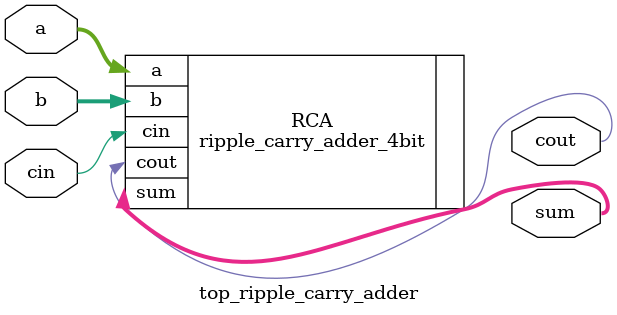
<source format=v>
module top_ripple_carry_adder(
    input [3:0] a,
    input [3:0] b,
    input cin,
    output [3:0] sum,
    output cout
);

    ripple_carry_adder_4bit RCA(.a(a), .b(b), .cin(cin), .sum(sum), .cout(cout));

endmodule
</source>
